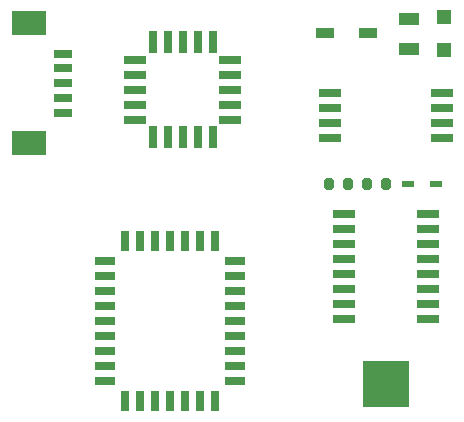
<source format=gbr>
%TF.GenerationSoftware,KiCad,Pcbnew,9.0.0*%
%TF.CreationDate,2025-11-02T14:13:04+01:00*%
%TF.ProjectId,QL_Minerva_MK2_SMD,514c5f4d-696e-4657-9276-615f4d4b325f,0.0*%
%TF.SameCoordinates,Original*%
%TF.FileFunction,Paste,Top*%
%TF.FilePolarity,Positive*%
%FSLAX46Y46*%
G04 Gerber Fmt 4.6, Leading zero omitted, Abs format (unit mm)*
G04 Created by KiCad (PCBNEW 9.0.0) date 2025-11-02 14:13:04*
%MOMM*%
%LPD*%
G01*
G04 APERTURE LIST*
G04 Aperture macros list*
%AMRoundRect*
0 Rectangle with rounded corners*
0 $1 Rounding radius*
0 $2 $3 $4 $5 $6 $7 $8 $9 X,Y pos of 4 corners*
0 Add a 4 corners polygon primitive as box body*
4,1,4,$2,$3,$4,$5,$6,$7,$8,$9,$2,$3,0*
0 Add four circle primitives for the rounded corners*
1,1,$1+$1,$2,$3*
1,1,$1+$1,$4,$5*
1,1,$1+$1,$6,$7*
1,1,$1+$1,$8,$9*
0 Add four rect primitives between the rounded corners*
20,1,$1+$1,$2,$3,$4,$5,0*
20,1,$1+$1,$4,$5,$6,$7,0*
20,1,$1+$1,$6,$7,$8,$9,0*
20,1,$1+$1,$8,$9,$2,$3,0*%
G04 Aperture macros list end*
%ADD10RoundRect,0.200000X0.200000X0.275000X-0.200000X0.275000X-0.200000X-0.275000X0.200000X-0.275000X0*%
%ADD11R,1.600000X0.800000*%
%ADD12R,3.000000X2.100000*%
%ADD13R,0.762000X1.778000*%
%ADD14R,1.778000X0.762000*%
%ADD15R,4.000000X4.000000*%
%ADD16R,1.200000X1.200000*%
%ADD17R,1.925000X0.700000*%
%ADD18R,0.700000X1.925000*%
%ADD19R,1.825000X0.700000*%
%ADD20R,1.800000X1.000000*%
%ADD21R,1.950000X0.700000*%
%ADD22R,1.500000X0.812800*%
%ADD23R,1.500000X0.863600*%
%ADD24R,1.075000X0.500000*%
G04 APERTURE END LIST*
D10*
%TO.C,R1*%
X87000000Y-79675000D03*
X85350000Y-79675000D03*
%TD*%
D11*
%TO.C,J2*%
X62850000Y-68600000D03*
X62850001Y-69850000D03*
X62850000Y-71100000D03*
X62850001Y-72350000D03*
X62850000Y-73600000D03*
D12*
X59950001Y-66050000D03*
X59950001Y-76150000D03*
%TD*%
D13*
%TO.C,U6*%
X71875000Y-84493200D03*
X70605000Y-84493200D03*
X69335000Y-84493200D03*
X68065000Y-84493200D03*
D14*
X66363200Y-86195000D03*
X66363200Y-87465000D03*
X66363200Y-88735000D03*
X66363200Y-90005000D03*
X66363200Y-91275000D03*
X66363200Y-92545000D03*
X66363200Y-93815000D03*
X66363200Y-95085000D03*
X66363200Y-96355000D03*
D13*
X68065000Y-98056800D03*
X69335000Y-98056800D03*
X70605000Y-98056800D03*
X71875000Y-98056800D03*
X73145000Y-98056800D03*
X74415000Y-98056800D03*
X75685000Y-98056800D03*
D14*
X77386800Y-96355000D03*
X77386800Y-95085000D03*
X77386800Y-93815000D03*
X77386800Y-92545000D03*
X77386800Y-91275000D03*
X77386800Y-90005000D03*
X77386800Y-88735000D03*
X77386800Y-87465000D03*
X77386800Y-86195000D03*
D13*
X75685000Y-84493200D03*
X74415000Y-84493200D03*
X73145000Y-84493200D03*
%TD*%
D15*
%TO.C,J1*%
X90175000Y-96550000D03*
%TD*%
D16*
%TO.C,D1*%
X95085000Y-65500001D03*
X95085000Y-68299999D03*
%TD*%
D17*
%TO.C,U4*%
X68922500Y-71650000D03*
X68922500Y-72920000D03*
X68922500Y-74190000D03*
D18*
X70435000Y-75702500D03*
X71705000Y-75702500D03*
X72975000Y-75702500D03*
X74245000Y-75702500D03*
X75515000Y-75702500D03*
D17*
X77027500Y-74190000D03*
X77027500Y-72920000D03*
X77027500Y-71650000D03*
X77027500Y-70380000D03*
X77027500Y-69110000D03*
D18*
X75515000Y-67597500D03*
X74245000Y-67597500D03*
X72975000Y-67597500D03*
X71705000Y-67597500D03*
X70435000Y-67597500D03*
D17*
X68922500Y-69110000D03*
X68922500Y-70380000D03*
%TD*%
D19*
%TO.C,U5*%
X86638000Y-82215000D03*
X86638000Y-83485000D03*
X86638000Y-84755000D03*
X86638000Y-86025000D03*
X86638000Y-87295000D03*
X86638000Y-88565000D03*
X86638000Y-89835000D03*
X86638000Y-91105000D03*
X93762000Y-91105000D03*
X93762000Y-89835000D03*
X93762000Y-88565000D03*
X93762000Y-87295000D03*
X93762000Y-86025000D03*
X93762000Y-84755000D03*
X93762000Y-83485000D03*
X93762000Y-82215000D03*
%TD*%
D20*
%TO.C,Y1*%
X92135000Y-68174999D03*
X92135000Y-65675001D03*
%TD*%
D21*
%TO.C,U3*%
X94910000Y-75780000D03*
X94910000Y-74510000D03*
X94910000Y-73240000D03*
X94910000Y-71970000D03*
X85460000Y-71970000D03*
X85460000Y-73240000D03*
X85460000Y-74510000D03*
X85460000Y-75780000D03*
%TD*%
D10*
%TO.C,R2*%
X90200000Y-79675000D03*
X88550000Y-79675000D03*
%TD*%
D22*
%TO.C,C1*%
X85000000Y-66825000D03*
D23*
X88700000Y-66825000D03*
%TD*%
D24*
%TO.C,D2*%
X94386750Y-79675000D03*
X92062750Y-79675000D03*
%TD*%
M02*

</source>
